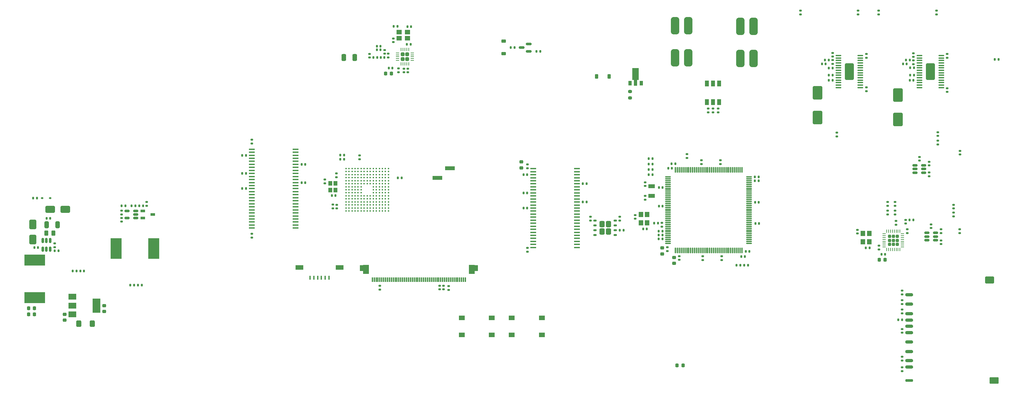
<source format=gbr>
%TF.GenerationSoftware,KiCad,Pcbnew,7.0.2*%
%TF.CreationDate,2023-10-13T18:39:37+02:00*%
%TF.ProjectId,3D Scanner with IR sensor Central Unit,33442053-6361-46e6-9e65-722077697468,1.0*%
%TF.SameCoordinates,Original*%
%TF.FileFunction,Paste,Top*%
%TF.FilePolarity,Positive*%
%FSLAX46Y46*%
G04 Gerber Fmt 4.6, Leading zero omitted, Abs format (unit mm)*
G04 Created by KiCad (PCBNEW 7.0.2) date 2023-10-13 18:39:37*
%MOMM*%
%LPD*%
G01*
G04 APERTURE LIST*
G04 Aperture macros list*
%AMRoundRect*
0 Rectangle with rounded corners*
0 $1 Rounding radius*
0 $2 $3 $4 $5 $6 $7 $8 $9 X,Y pos of 4 corners*
0 Add a 4 corners polygon primitive as box body*
4,1,4,$2,$3,$4,$5,$6,$7,$8,$9,$2,$3,0*
0 Add four circle primitives for the rounded corners*
1,1,$1+$1,$2,$3*
1,1,$1+$1,$4,$5*
1,1,$1+$1,$6,$7*
1,1,$1+$1,$8,$9*
0 Add four rect primitives between the rounded corners*
20,1,$1+$1,$2,$3,$4,$5,0*
20,1,$1+$1,$4,$5,$6,$7,0*
20,1,$1+$1,$6,$7,$8,$9,0*
20,1,$1+$1,$8,$9,$2,$3,0*%
%AMFreePoly0*
4,1,9,3.862500,-0.866500,0.737500,-0.866500,0.737500,-0.450000,-0.737500,-0.450000,-0.737500,0.450000,0.737500,0.450000,0.737500,0.866500,3.862500,0.866500,3.862500,-0.866500,3.862500,-0.866500,$1*%
G04 Aperture macros list end*
%ADD10RoundRect,0.135000X-0.185000X0.135000X-0.185000X-0.135000X0.185000X-0.135000X0.185000X0.135000X0*%
%ADD11RoundRect,0.207500X0.207500X-0.207500X0.207500X0.207500X-0.207500X0.207500X-0.207500X-0.207500X0*%
%ADD12RoundRect,0.062500X0.062500X-0.375000X0.062500X0.375000X-0.062500X0.375000X-0.062500X-0.375000X0*%
%ADD13RoundRect,0.062500X0.375000X-0.062500X0.375000X0.062500X-0.375000X0.062500X-0.375000X-0.062500X0*%
%ADD14RoundRect,0.135000X0.185000X-0.135000X0.185000X0.135000X-0.185000X0.135000X-0.185000X-0.135000X0*%
%ADD15RoundRect,0.200000X-0.275000X0.200000X-0.275000X-0.200000X0.275000X-0.200000X0.275000X0.200000X0*%
%ADD16RoundRect,0.140000X0.170000X-0.140000X0.170000X0.140000X-0.170000X0.140000X-0.170000X-0.140000X0*%
%ADD17R,2.000000X1.500000*%
%ADD18R,2.000000X3.800000*%
%ADD19RoundRect,0.140000X0.140000X0.170000X-0.140000X0.170000X-0.140000X-0.170000X0.140000X-0.170000X0*%
%ADD20RoundRect,0.140000X-0.140000X-0.170000X0.140000X-0.170000X0.140000X0.170000X-0.140000X0.170000X0*%
%ADD21RoundRect,0.225000X-0.375000X0.225000X-0.375000X-0.225000X0.375000X-0.225000X0.375000X0.225000X0*%
%ADD22R,1.510000X0.458000*%
%ADD23RoundRect,0.135000X-0.135000X-0.185000X0.135000X-0.185000X0.135000X0.185000X-0.135000X0.185000X0*%
%ADD24RoundRect,0.140000X-0.170000X0.140000X-0.170000X-0.140000X0.170000X-0.140000X0.170000X0.140000X0*%
%ADD25RoundRect,0.147500X0.147500X0.172500X-0.147500X0.172500X-0.147500X-0.172500X0.147500X-0.172500X0*%
%ADD26RoundRect,0.225000X-0.225000X-0.375000X0.225000X-0.375000X0.225000X0.375000X-0.225000X0.375000X0*%
%ADD27RoundRect,0.150000X0.512500X0.150000X-0.512500X0.150000X-0.512500X-0.150000X0.512500X-0.150000X0*%
%ADD28RoundRect,0.135000X0.135000X0.185000X-0.135000X0.185000X-0.135000X-0.185000X0.135000X-0.185000X0*%
%ADD29RoundRect,0.250000X-0.325000X-0.650000X0.325000X-0.650000X0.325000X0.650000X-0.325000X0.650000X0*%
%ADD30R,5.400000X2.900000*%
%ADD31R,1.800000X1.000000*%
%ADD32RoundRect,0.537500X-0.537500X-1.712500X0.537500X-1.712500X0.537500X1.712500X-0.537500X1.712500X0*%
%ADD33R,1.200000X1.400000*%
%ADD34RoundRect,0.250400X0.749600X-0.149600X0.749600X0.149600X-0.749600X0.149600X-0.749600X-0.149600X0*%
%ADD35RoundRect,0.249900X0.750100X-0.100100X0.750100X0.100100X-0.750100X0.100100X-0.750100X-0.100100X0*%
%ADD36RoundRect,0.250200X0.949800X-0.649800X0.949800X0.649800X-0.949800X0.649800X-0.949800X-0.649800X0*%
%ADD37RoundRect,0.249900X0.950100X-0.600100X0.950100X0.600100X-0.950100X0.600100X-0.950100X-0.600100X0*%
%ADD38RoundRect,0.147500X0.172500X-0.147500X0.172500X0.147500X-0.172500X0.147500X-0.172500X-0.147500X0*%
%ADD39RoundRect,0.225000X-0.250000X0.225000X-0.250000X-0.225000X0.250000X-0.225000X0.250000X0.225000X0*%
%ADD40RoundRect,0.225000X0.225000X0.250000X-0.225000X0.250000X-0.225000X-0.250000X0.225000X-0.250000X0*%
%ADD41RoundRect,0.147500X-0.147500X-0.172500X0.147500X-0.172500X0.147500X0.172500X-0.147500X0.172500X0*%
%ADD42R,0.300000X1.200000*%
%ADD43R,2.400000X1.600000*%
%ADD44R,1.600000X2.400000*%
%ADD45RoundRect,0.150000X0.150000X-0.512500X0.150000X0.512500X-0.150000X0.512500X-0.150000X-0.512500X0*%
%ADD46R,2.900000X5.400000*%
%ADD47RoundRect,0.250000X-0.435000X-0.555000X0.435000X-0.555000X0.435000X0.555000X-0.435000X0.555000X0*%
%ADD48RoundRect,0.125000X-0.262500X-0.125000X0.262500X-0.125000X0.262500X0.125000X-0.262500X0.125000X0*%
%ADD49R,0.400000X1.000000*%
%ADD50R,2.000000X1.300000*%
%ADD51RoundRect,0.112500X0.187500X0.112500X-0.187500X0.112500X-0.187500X-0.112500X0.187500X-0.112500X0*%
%ADD52RoundRect,0.250000X0.255000X0.255000X-0.255000X0.255000X-0.255000X-0.255000X0.255000X-0.255000X0*%
%ADD53RoundRect,0.062500X0.350000X0.062500X-0.350000X0.062500X-0.350000X-0.062500X0.350000X-0.062500X0*%
%ADD54RoundRect,0.062500X0.062500X0.350000X-0.062500X0.350000X-0.062500X-0.350000X0.062500X-0.350000X0*%
%ADD55RoundRect,0.250000X-1.000000X-0.650000X1.000000X-0.650000X1.000000X0.650000X-1.000000X0.650000X0*%
%ADD56C,0.400000*%
%ADD57R,1.550000X1.300000*%
%ADD58RoundRect,0.250000X-1.000000X1.500000X-1.000000X-1.500000X1.000000X-1.500000X1.000000X1.500000X0*%
%ADD59R,1.400000X1.200000*%
%ADD60RoundRect,0.147500X-0.172500X0.147500X-0.172500X-0.147500X0.172500X-0.147500X0.172500X0.147500X0*%
%ADD61R,2.510000X1.000000*%
%ADD62RoundRect,0.250001X-0.899999X-1.924999X0.899999X-1.924999X0.899999X1.924999X-0.899999X1.924999X0*%
%ADD63RoundRect,0.100000X-0.637500X-0.100000X0.637500X-0.100000X0.637500X0.100000X-0.637500X0.100000X0*%
%ADD64R,1.220000X0.650000*%
%ADD65R,0.900000X1.300000*%
%ADD66FreePoly0,90.000000*%
%ADD67R,1.000000X1.150000*%
%ADD68R,1.000000X1.500000*%
%ADD69RoundRect,0.250000X-0.400000X-0.600000X0.400000X-0.600000X0.400000X0.600000X-0.400000X0.600000X0*%
%ADD70RoundRect,0.225000X0.250000X-0.225000X0.250000X0.225000X-0.250000X0.225000X-0.250000X-0.225000X0*%
%ADD71RoundRect,0.250000X0.650000X-1.000000X0.650000X1.000000X-0.650000X1.000000X-0.650000X-1.000000X0*%
%ADD72RoundRect,0.225000X-0.225000X-0.250000X0.225000X-0.250000X0.225000X0.250000X-0.225000X0.250000X0*%
%ADD73RoundRect,0.075000X-0.662500X-0.075000X0.662500X-0.075000X0.662500X0.075000X-0.662500X0.075000X0*%
%ADD74RoundRect,0.075000X-0.075000X-0.662500X0.075000X-0.662500X0.075000X0.662500X-0.075000X0.662500X0*%
%ADD75RoundRect,0.250000X0.350000X0.650000X-0.350000X0.650000X-0.350000X-0.650000X0.350000X-0.650000X0*%
%ADD76RoundRect,0.250000X-0.262500X-0.450000X0.262500X-0.450000X0.262500X0.450000X-0.262500X0.450000X0*%
%ADD77RoundRect,0.150000X0.587500X0.150000X-0.587500X0.150000X-0.587500X-0.150000X0.587500X-0.150000X0*%
G04 APERTURE END LIST*
D10*
%TO.C,R55*%
X316200000Y-185590000D03*
X316200000Y-186610000D03*
%TD*%
D11*
%TO.C,U10*%
X319027500Y-247250000D03*
X320057500Y-247250000D03*
X321087500Y-247250000D03*
X319027500Y-246220000D03*
X320057500Y-246220000D03*
X321087500Y-246220000D03*
X319027500Y-245190000D03*
X320057500Y-245190000D03*
X321087500Y-245190000D03*
D12*
X318307500Y-248657500D03*
X318807500Y-248657500D03*
X319307500Y-248657500D03*
X319807500Y-248657500D03*
X320307500Y-248657500D03*
X320807500Y-248657500D03*
X321307500Y-248657500D03*
X321807500Y-248657500D03*
D13*
X322495000Y-247970000D03*
X322495000Y-247470000D03*
X322495000Y-246970000D03*
X322495000Y-246470000D03*
X322495000Y-245970000D03*
X322495000Y-245470000D03*
X322495000Y-244970000D03*
X322495000Y-244470000D03*
D12*
X321807500Y-243782500D03*
X321307500Y-243782500D03*
X320807500Y-243782500D03*
X320307500Y-243782500D03*
X319807500Y-243782500D03*
X319307500Y-243782500D03*
X318807500Y-243782500D03*
X318307500Y-243782500D03*
D13*
X317620000Y-244470000D03*
X317620000Y-244970000D03*
X317620000Y-245470000D03*
X317620000Y-245970000D03*
X317620000Y-246470000D03*
X317620000Y-246970000D03*
X317620000Y-247470000D03*
X317620000Y-247970000D03*
%TD*%
D14*
%TO.C,R15*%
X272600000Y-212510000D03*
X272600000Y-211490000D03*
%TD*%
D15*
%TO.C,R13*%
X250700000Y-206975000D03*
X250700000Y-208625000D03*
%TD*%
D10*
%TO.C,R37*%
X322400000Y-276890000D03*
X322400000Y-277910000D03*
%TD*%
D16*
%TO.C,C68*%
X312962500Y-206855000D03*
X312962500Y-205895000D03*
%TD*%
D17*
%TO.C,U9*%
X103950000Y-261100000D03*
X103950000Y-263400000D03*
D18*
X110250000Y-263400000D03*
D17*
X103950000Y-265700000D03*
%TD*%
D19*
%TO.C,C50*%
X184180000Y-198000000D03*
X183220000Y-198000000D03*
%TD*%
D20*
%TO.C,C26*%
X280020000Y-250500000D03*
X280980000Y-250500000D03*
%TD*%
D14*
%TO.C,R6*%
X331800000Y-220910000D03*
X331800000Y-219890000D03*
%TD*%
D21*
%TO.C,D12*%
X217500000Y-193650000D03*
X217500000Y-196950000D03*
%TD*%
D22*
%TO.C,U2*%
X225250000Y-227300000D03*
X225250000Y-228100000D03*
X225250000Y-228900000D03*
X225250000Y-229700000D03*
X225250000Y-230500000D03*
X225250000Y-231300000D03*
X225250000Y-232100000D03*
X225250000Y-232900000D03*
X225250000Y-233700000D03*
X225250000Y-234500000D03*
X225250000Y-235300000D03*
X225250000Y-236100000D03*
X225250000Y-236900000D03*
X225250000Y-237700000D03*
X225250000Y-238500000D03*
X225250000Y-239300000D03*
X225250000Y-240100000D03*
X225250000Y-240900000D03*
X225250000Y-241700000D03*
X225250000Y-242500000D03*
X225250000Y-243300000D03*
X225250000Y-244100000D03*
X225250000Y-244900000D03*
X225250000Y-245700000D03*
X225250000Y-246500000D03*
X225250000Y-247300000D03*
X225250000Y-248100000D03*
X236750000Y-248100000D03*
X236750000Y-247300000D03*
X236750000Y-246500000D03*
X236750000Y-245700000D03*
X236750000Y-244900000D03*
X236750000Y-244100000D03*
X236750000Y-243300000D03*
X236750000Y-242500000D03*
X236750000Y-241700000D03*
X236750000Y-240900000D03*
X236750000Y-240100000D03*
X236750000Y-239300000D03*
X236750000Y-238500000D03*
X236750000Y-237700000D03*
X236750000Y-236900000D03*
X236750000Y-236100000D03*
X236750000Y-235300000D03*
X236750000Y-234500000D03*
X236750000Y-233700000D03*
X236750000Y-232900000D03*
X236750000Y-232100000D03*
X236750000Y-231300000D03*
X236750000Y-230500000D03*
X236750000Y-229700000D03*
X236750000Y-228900000D03*
X236750000Y-228100000D03*
X236750000Y-227300000D03*
%TD*%
D16*
%TO.C,C13*%
X332600000Y-247180000D03*
X332600000Y-246220000D03*
%TD*%
D23*
%TO.C,R12*%
X257090000Y-241700000D03*
X258110000Y-241700000D03*
%TD*%
D10*
%TO.C,R46*%
X334262500Y-197065000D03*
X334262500Y-198085000D03*
%TD*%
D23*
%TO.C,R1*%
X99290000Y-249000000D03*
X100310000Y-249000000D03*
%TD*%
D14*
%TO.C,R9*%
X318600000Y-239410000D03*
X318600000Y-238390000D03*
%TD*%
D24*
%TO.C,C59*%
X322400000Y-269620000D03*
X322400000Y-270580000D03*
%TD*%
D19*
%TO.C,C1*%
X94880000Y-248100000D03*
X93920000Y-248100000D03*
%TD*%
D25*
%TO.C,D5*%
X122185000Y-258000000D03*
X121215000Y-258000000D03*
%TD*%
D26*
%TO.C,D10*%
X241950000Y-203000000D03*
X245250000Y-203000000D03*
%TD*%
D24*
%TO.C,C34*%
X274900000Y-250420000D03*
X274900000Y-251380000D03*
%TD*%
D19*
%TO.C,C117*%
X149630000Y-228575000D03*
X148670000Y-228575000D03*
%TD*%
D16*
%TO.C,C11*%
X330000000Y-242980000D03*
X330000000Y-242020000D03*
%TD*%
D27*
%TO.C,U11*%
X331137500Y-246150000D03*
X331137500Y-245200000D03*
X331137500Y-244250000D03*
X328862500Y-244250000D03*
X328862500Y-245200000D03*
X328862500Y-246150000D03*
%TD*%
D14*
%TO.C,R11*%
X265700000Y-224510000D03*
X265700000Y-223490000D03*
%TD*%
D16*
%TO.C,C9*%
X329500000Y-229280000D03*
X329500000Y-228320000D03*
%TD*%
D10*
%TO.C,R61*%
X173400000Y-228590000D03*
X173400000Y-229610000D03*
%TD*%
D19*
%TO.C,C48*%
X239280000Y-231300000D03*
X238320000Y-231300000D03*
%TD*%
D28*
%TO.C,R40*%
X324372500Y-198675000D03*
X323352500Y-198675000D03*
%TD*%
D24*
%TO.C,C37*%
X263700000Y-250400000D03*
X263700000Y-251360000D03*
%TD*%
D28*
%TO.C,R60*%
X281820000Y-252800000D03*
X280800000Y-252800000D03*
%TD*%
D29*
%TO.C,C3*%
X97125000Y-242100000D03*
X100075000Y-242100000D03*
%TD*%
D30*
%TO.C,L1*%
X94000000Y-251450000D03*
X94000000Y-261350000D03*
%TD*%
D31*
%TO.C,Y3*%
X256400000Y-234450000D03*
X256400000Y-231950000D03*
%TD*%
D24*
%TO.C,C57*%
X192200000Y-200920000D03*
X192200000Y-201880000D03*
%TD*%
D28*
%TO.C,R44*%
X347800000Y-198510000D03*
X346780000Y-198510000D03*
%TD*%
D24*
%TO.C,C35*%
X269900000Y-250420000D03*
X269900000Y-251380000D03*
%TD*%
D32*
%TO.C,FL2*%
X279785000Y-189750000D03*
X283215000Y-189750000D03*
X283215000Y-198250000D03*
X279785000Y-198250000D03*
%TD*%
D33*
%TO.C,Y1*%
X312050000Y-244400000D03*
X312050000Y-246600000D03*
X313750000Y-246600000D03*
X313750000Y-244400000D03*
%TD*%
D19*
%TO.C,C44*%
X185080000Y-196000000D03*
X184120000Y-196000000D03*
%TD*%
D14*
%TO.C,R67*%
X202950000Y-259285000D03*
X202950000Y-258265000D03*
%TD*%
D10*
%TO.C,R35*%
X322400000Y-259490000D03*
X322400000Y-260510000D03*
%TD*%
D34*
%TO.C,J10*%
X324200000Y-263020000D03*
X324200000Y-265520000D03*
X324200000Y-268820000D03*
X324200000Y-270520000D03*
X324200000Y-273020000D03*
X324200000Y-275520000D03*
X324200000Y-277950000D03*
X324200000Y-279650000D03*
X324200000Y-260520000D03*
X324200000Y-267220000D03*
D35*
X324200000Y-283140000D03*
D36*
X345400000Y-256700000D03*
D37*
X346600000Y-283150000D03*
%TD*%
D16*
%TO.C,C8*%
X337600000Y-223580000D03*
X337600000Y-222620000D03*
%TD*%
D20*
%TO.C,C70*%
X303082500Y-203975000D03*
X304042500Y-203975000D03*
%TD*%
D28*
%TO.C,R66*%
X175510000Y-223700000D03*
X174490000Y-223700000D03*
%TD*%
D27*
%TO.C,U14*%
X120637500Y-240350000D03*
X120637500Y-239400000D03*
X120637500Y-238450000D03*
X118362500Y-238450000D03*
X118362500Y-240350000D03*
%TD*%
D38*
%TO.C,D9*%
X318600000Y-237085000D03*
X318600000Y-236115000D03*
%TD*%
D23*
%TO.C,R21*%
X248040000Y-243500000D03*
X249060000Y-243500000D03*
%TD*%
D24*
%TO.C,C10*%
X329500000Y-225520000D03*
X329500000Y-226480000D03*
%TD*%
D38*
%TO.C,D8*%
X320500000Y-237085000D03*
X320500000Y-236115000D03*
%TD*%
D39*
%TO.C,C58*%
X222100000Y-225525000D03*
X222100000Y-227075000D03*
%TD*%
D19*
%TO.C,C38*%
X259260000Y-243800000D03*
X258300000Y-243800000D03*
%TD*%
D40*
%TO.C,C2*%
X93975000Y-264100000D03*
X92425000Y-264100000D03*
%TD*%
D20*
%TO.C,C55*%
X192020000Y-194500000D03*
X192980000Y-194500000D03*
%TD*%
D32*
%TO.C,FL1*%
X262602500Y-189607500D03*
X266032500Y-189607500D03*
X266032500Y-198107500D03*
X262602500Y-198107500D03*
%TD*%
D41*
%TO.C,FB1*%
X97115000Y-240400000D03*
X98085000Y-240400000D03*
%TD*%
D20*
%TO.C,C64*%
X324382500Y-203975000D03*
X325342500Y-203975000D03*
%TD*%
D42*
%TO.C,J11*%
X207400000Y-256600000D03*
X206900000Y-256600000D03*
X206400000Y-256600000D03*
X205900000Y-256600000D03*
X205400000Y-256600000D03*
X204900000Y-256600000D03*
X204400000Y-256600000D03*
X203900000Y-256600000D03*
X203400000Y-256600000D03*
X202900000Y-256600000D03*
X202400000Y-256600000D03*
X201900000Y-256600000D03*
X201400000Y-256600000D03*
X200900000Y-256600000D03*
X200400000Y-256600000D03*
X199900000Y-256600000D03*
X199400000Y-256600000D03*
X198900000Y-256600000D03*
X198400000Y-256600000D03*
X197900000Y-256600000D03*
X197400000Y-256600000D03*
X196900000Y-256600000D03*
X196400000Y-256600000D03*
X195900000Y-256600000D03*
X195400000Y-256600000D03*
X194900000Y-256600000D03*
X194400000Y-256600000D03*
X193900000Y-256600000D03*
X193400000Y-256600000D03*
X192900000Y-256600000D03*
X192400000Y-256600000D03*
X191900000Y-256600000D03*
X191400000Y-256600000D03*
X190900000Y-256600000D03*
X190400000Y-256600000D03*
X189900000Y-256600000D03*
X189400000Y-256600000D03*
X188900000Y-256600000D03*
X188400000Y-256600000D03*
X187900000Y-256600000D03*
X187400000Y-256600000D03*
X186900000Y-256600000D03*
X186400000Y-256600000D03*
X185900000Y-256600000D03*
X185400000Y-256600000D03*
X184900000Y-256600000D03*
X184400000Y-256600000D03*
X183900000Y-256600000D03*
X183400000Y-256600000D03*
X182900000Y-256600000D03*
D43*
X209500000Y-253500000D03*
D44*
X209100000Y-253900000D03*
X181200000Y-253900000D03*
D43*
X180800000Y-253500000D03*
%TD*%
D45*
%TO.C,U7*%
X96150000Y-248537500D03*
X97100000Y-248537500D03*
X98050000Y-248537500D03*
X98050000Y-246262500D03*
X97100000Y-246262500D03*
X96150000Y-246262500D03*
%TD*%
D19*
%TO.C,C17*%
X317880000Y-249900000D03*
X316920000Y-249900000D03*
%TD*%
D46*
%TO.C,L2*%
X115450000Y-248400000D03*
X125350000Y-248400000D03*
%TD*%
D10*
%TO.C,R70*%
X184900000Y-258190000D03*
X184900000Y-259210000D03*
%TD*%
D16*
%TO.C,C101*%
X116900000Y-241280000D03*
X116900000Y-240320000D03*
%TD*%
D23*
%TO.C,R43*%
X324452500Y-200700000D03*
X325472500Y-200700000D03*
%TD*%
D25*
%TO.C,D4*%
X106975000Y-254300000D03*
X106005000Y-254300000D03*
%TD*%
D16*
%TO.C,C41*%
X269500000Y-226080000D03*
X269500000Y-225120000D03*
%TD*%
D47*
%TO.C,U4*%
X243350000Y-241900000D03*
X243350000Y-243900000D03*
X245050000Y-241900000D03*
X245050000Y-243900000D03*
D48*
X241537500Y-240995000D03*
X241537500Y-242265000D03*
X241537500Y-243535000D03*
X241537500Y-244805000D03*
X246862500Y-244805000D03*
X246862500Y-243535000D03*
X246862500Y-242265000D03*
X246862500Y-240995000D03*
%TD*%
D28*
%TO.C,R25*%
X227110000Y-196350000D03*
X226090000Y-196350000D03*
%TD*%
D20*
%TO.C,C46*%
X192120000Y-189862500D03*
X193080000Y-189862500D03*
%TD*%
D49*
%TO.C,J12*%
X171500000Y-256100000D03*
X170500000Y-256100000D03*
X169500000Y-256100000D03*
X168500000Y-256100000D03*
X167500000Y-256100000D03*
X166500000Y-256100000D03*
D50*
X174300000Y-253400000D03*
X163700000Y-253400000D03*
%TD*%
D22*
%TO.C,U13*%
X151200000Y-222175000D03*
X151200000Y-222975000D03*
X151200000Y-223775000D03*
X151200000Y-224575000D03*
X151200000Y-225375000D03*
X151200000Y-226175000D03*
X151200000Y-226975000D03*
X151200000Y-227775000D03*
X151200000Y-228575000D03*
X151200000Y-229375000D03*
X151200000Y-230175000D03*
X151200000Y-230975000D03*
X151200000Y-231775000D03*
X151200000Y-232575000D03*
X151200000Y-233375000D03*
X151200000Y-234175000D03*
X151200000Y-234975000D03*
X151200000Y-235775000D03*
X151200000Y-236575000D03*
X151200000Y-237375000D03*
X151200000Y-238175000D03*
X151200000Y-238975000D03*
X151200000Y-239775000D03*
X151200000Y-240575000D03*
X151200000Y-241375000D03*
X151200000Y-242175000D03*
X151200000Y-242975000D03*
X162700000Y-242975000D03*
X162700000Y-242175000D03*
X162700000Y-241375000D03*
X162700000Y-240575000D03*
X162700000Y-239775000D03*
X162700000Y-238975000D03*
X162700000Y-238175000D03*
X162700000Y-237375000D03*
X162700000Y-236575000D03*
X162700000Y-235775000D03*
X162700000Y-234975000D03*
X162700000Y-234175000D03*
X162700000Y-233375000D03*
X162700000Y-232575000D03*
X162700000Y-231775000D03*
X162700000Y-230975000D03*
X162700000Y-230175000D03*
X162700000Y-229375000D03*
X162700000Y-228575000D03*
X162700000Y-227775000D03*
X162700000Y-226975000D03*
X162700000Y-226175000D03*
X162700000Y-225375000D03*
X162700000Y-224575000D03*
X162700000Y-223775000D03*
X162700000Y-222975000D03*
X162700000Y-222175000D03*
%TD*%
D10*
%TO.C,R2*%
X99300000Y-246990000D03*
X99300000Y-248010000D03*
%TD*%
D28*
%TO.C,R65*%
X175510000Y-224800000D03*
X174490000Y-224800000D03*
%TD*%
D23*
%TO.C,R63*%
X261690000Y-226000000D03*
X262710000Y-226000000D03*
%TD*%
D16*
%TO.C,C106*%
X274500000Y-226080000D03*
X274500000Y-225120000D03*
%TD*%
D10*
%TO.C,R53*%
X312962500Y-197065000D03*
X312962500Y-198085000D03*
%TD*%
D51*
%TO.C,D18*%
X98050000Y-235100000D03*
X95950000Y-235100000D03*
%TD*%
D20*
%TO.C,C30*%
X283620000Y-229500000D03*
X284580000Y-229500000D03*
%TD*%
D52*
%TO.C,U3*%
X192100000Y-198400000D03*
X192100000Y-197150000D03*
X190850000Y-198400000D03*
X190850000Y-197150000D03*
D53*
X193412500Y-198775000D03*
X193412500Y-198275000D03*
X193412500Y-197775000D03*
X193412500Y-197275000D03*
X193412500Y-196775000D03*
D54*
X192475000Y-195837500D03*
X191975000Y-195837500D03*
X191475000Y-195837500D03*
X190975000Y-195837500D03*
X190475000Y-195837500D03*
D53*
X189537500Y-196775000D03*
X189537500Y-197275000D03*
X189537500Y-197775000D03*
X189537500Y-198275000D03*
X189537500Y-198775000D03*
D54*
X190475000Y-199712500D03*
X190975000Y-199712500D03*
X191475000Y-199712500D03*
X191975000Y-199712500D03*
X192475000Y-199712500D03*
%TD*%
D19*
%TO.C,C95*%
X173180000Y-234375000D03*
X172220000Y-234375000D03*
%TD*%
D23*
%TO.C,R47*%
X303062500Y-200775000D03*
X304082500Y-200775000D03*
%TD*%
D24*
%TO.C,C15*%
X316300000Y-247620000D03*
X316300000Y-248580000D03*
%TD*%
D28*
%TO.C,R18*%
X256710000Y-226100000D03*
X255690000Y-226100000D03*
%TD*%
D40*
%TO.C,C4*%
X93975000Y-265700000D03*
X92425000Y-265700000D03*
%TD*%
D55*
%TO.C,D2*%
X98100000Y-238000000D03*
X102100000Y-238000000D03*
%TD*%
D24*
%TO.C,C23*%
X259100000Y-241620000D03*
X259100000Y-242580000D03*
%TD*%
D28*
%TO.C,R29*%
X256710000Y-228900000D03*
X255690000Y-228900000D03*
%TD*%
D56*
%TO.C,U1*%
X175950000Y-227275000D03*
X176750000Y-227275000D03*
X177550000Y-227275000D03*
X178350000Y-227275000D03*
X179150000Y-227275000D03*
X179950000Y-227275000D03*
X180750000Y-227275000D03*
X181550000Y-227275000D03*
X182350000Y-227275000D03*
X183150000Y-227275000D03*
X183950000Y-227275000D03*
X184750000Y-227275000D03*
X185550000Y-227275000D03*
X186350000Y-227275000D03*
X187150000Y-227275000D03*
X175950000Y-228075000D03*
X176750000Y-228075000D03*
X177550000Y-228075000D03*
X178350000Y-228075000D03*
X179150000Y-228075000D03*
X179950000Y-228075000D03*
X180750000Y-228075000D03*
X181550000Y-228075000D03*
X182350000Y-228075000D03*
X183150000Y-228075000D03*
X183950000Y-228075000D03*
X184750000Y-228075000D03*
X185550000Y-228075000D03*
X186350000Y-228075000D03*
X187150000Y-228075000D03*
X175950000Y-228875000D03*
X176750000Y-228875000D03*
X177550000Y-228875000D03*
X178350000Y-228875000D03*
X179150000Y-228875000D03*
X179950000Y-228875000D03*
X180750000Y-228875000D03*
X181550000Y-228875000D03*
X182350000Y-228875000D03*
X183150000Y-228875000D03*
X183950000Y-228875000D03*
X184750000Y-228875000D03*
X185550000Y-228875000D03*
X186350000Y-228875000D03*
X187150000Y-228875000D03*
X175950000Y-229675000D03*
X176750000Y-229675000D03*
X177550000Y-229675000D03*
X178350000Y-229675000D03*
X179150000Y-229675000D03*
X179950000Y-229675000D03*
X180750000Y-229675000D03*
X181550000Y-229675000D03*
X182350000Y-229675000D03*
X183150000Y-229675000D03*
X183950000Y-229675000D03*
X184750000Y-229675000D03*
X185550000Y-229675000D03*
X186350000Y-229675000D03*
X187150000Y-229675000D03*
X175950000Y-230475000D03*
X176750000Y-230475000D03*
X177550000Y-230475000D03*
X178350000Y-230475000D03*
X179150000Y-230475000D03*
X179950000Y-230475000D03*
X180750000Y-230475000D03*
X181550000Y-230475000D03*
X182350000Y-230475000D03*
X183150000Y-230475000D03*
X183950000Y-230475000D03*
X184750000Y-230475000D03*
X185550000Y-230475000D03*
X186350000Y-230475000D03*
X187150000Y-230475000D03*
X175950000Y-231275000D03*
X176750000Y-231275000D03*
X177550000Y-231275000D03*
X178350000Y-231275000D03*
X179150000Y-231275000D03*
X179950000Y-231275000D03*
X180750000Y-231275000D03*
X181550000Y-231275000D03*
X182350000Y-231275000D03*
X183150000Y-231275000D03*
X183950000Y-231275000D03*
X184750000Y-231275000D03*
X185550000Y-231275000D03*
X186350000Y-231275000D03*
X187150000Y-231275000D03*
X175950000Y-232075000D03*
X176750000Y-232075000D03*
X177550000Y-232075000D03*
X178350000Y-232075000D03*
X179150000Y-232075000D03*
X179950000Y-232075000D03*
X183150000Y-232075000D03*
X183950000Y-232075000D03*
X184750000Y-232075000D03*
X185550000Y-232075000D03*
X186350000Y-232075000D03*
X187150000Y-232075000D03*
X175950000Y-232875000D03*
X176750000Y-232875000D03*
X177550000Y-232875000D03*
X178350000Y-232875000D03*
X179150000Y-232875000D03*
X179950000Y-232875000D03*
X183150000Y-232875000D03*
X183950000Y-232875000D03*
X184750000Y-232875000D03*
X185550000Y-232875000D03*
X186350000Y-232875000D03*
X187150000Y-232875000D03*
X175950000Y-233675000D03*
X176750000Y-233675000D03*
X177550000Y-233675000D03*
X178350000Y-233675000D03*
X179150000Y-233675000D03*
X179950000Y-233675000D03*
X183150000Y-233675000D03*
X183950000Y-233675000D03*
X184750000Y-233675000D03*
X185550000Y-233675000D03*
X186350000Y-233675000D03*
X187150000Y-233675000D03*
X175950000Y-234475000D03*
X176750000Y-234475000D03*
X177550000Y-234475000D03*
X178350000Y-234475000D03*
X179150000Y-234475000D03*
X179950000Y-234475000D03*
X180750000Y-234475000D03*
X181550000Y-234475000D03*
X182350000Y-234475000D03*
X183150000Y-234475000D03*
X183950000Y-234475000D03*
X184750000Y-234475000D03*
X185550000Y-234475000D03*
X186350000Y-234475000D03*
X187150000Y-234475000D03*
X175950000Y-235275000D03*
X176750000Y-235275000D03*
X177550000Y-235275000D03*
X178350000Y-235275000D03*
X179150000Y-235275000D03*
X179950000Y-235275000D03*
X180750000Y-235275000D03*
X181550000Y-235275000D03*
X182350000Y-235275000D03*
X183150000Y-235275000D03*
X183950000Y-235275000D03*
X184750000Y-235275000D03*
X185550000Y-235275000D03*
X186350000Y-235275000D03*
X187150000Y-235275000D03*
X175950000Y-236075000D03*
X176750000Y-236075000D03*
X177550000Y-236075000D03*
X178350000Y-236075000D03*
X179150000Y-236075000D03*
X179950000Y-236075000D03*
X180750000Y-236075000D03*
X181550000Y-236075000D03*
X182350000Y-236075000D03*
X183150000Y-236075000D03*
X183950000Y-236075000D03*
X184750000Y-236075000D03*
X185550000Y-236075000D03*
X186350000Y-236075000D03*
X187150000Y-236075000D03*
X175950000Y-236875000D03*
X176750000Y-236875000D03*
X177550000Y-236875000D03*
X178350000Y-236875000D03*
X179150000Y-236875000D03*
X179950000Y-236875000D03*
X180750000Y-236875000D03*
X181550000Y-236875000D03*
X182350000Y-236875000D03*
X183150000Y-236875000D03*
X183950000Y-236875000D03*
X184750000Y-236875000D03*
X185550000Y-236875000D03*
X186350000Y-236875000D03*
X187150000Y-236875000D03*
X175950000Y-237675000D03*
X176750000Y-237675000D03*
X177550000Y-237675000D03*
X178350000Y-237675000D03*
X179150000Y-237675000D03*
X179950000Y-237675000D03*
X180750000Y-237675000D03*
X181550000Y-237675000D03*
X182350000Y-237675000D03*
X183150000Y-237675000D03*
X183950000Y-237675000D03*
X184750000Y-237675000D03*
X185550000Y-237675000D03*
X186350000Y-237675000D03*
X187150000Y-237675000D03*
X175950000Y-238475000D03*
X176750000Y-238475000D03*
X177550000Y-238475000D03*
X178350000Y-238475000D03*
X179150000Y-238475000D03*
X179950000Y-238475000D03*
X180750000Y-238475000D03*
X181550000Y-238475000D03*
X182350000Y-238475000D03*
X183150000Y-238475000D03*
X183950000Y-238475000D03*
X184750000Y-238475000D03*
X185550000Y-238475000D03*
X186350000Y-238475000D03*
X187150000Y-238475000D03*
%TD*%
D20*
%TO.C,C31*%
X283640000Y-236200000D03*
X284600000Y-236200000D03*
%TD*%
D24*
%TO.C,C24*%
X252100000Y-239520000D03*
X252100000Y-240480000D03*
%TD*%
D23*
%TO.C,R7*%
X324290000Y-240800000D03*
X325310000Y-240800000D03*
%TD*%
D20*
%TO.C,C33*%
X281220000Y-249100000D03*
X282180000Y-249100000D03*
%TD*%
D10*
%TO.C,R36*%
X322400000Y-264490000D03*
X322400000Y-265510000D03*
%TD*%
D20*
%TO.C,C103*%
X258320000Y-232300000D03*
X259280000Y-232300000D03*
%TD*%
D16*
%TO.C,C18*%
X310600000Y-244380000D03*
X310600000Y-243420000D03*
%TD*%
D23*
%TO.C,R5*%
X103980000Y-254300000D03*
X105000000Y-254300000D03*
%TD*%
D57*
%TO.C,SW1*%
X227575000Y-266650000D03*
X227575000Y-271150000D03*
X219625000Y-271150000D03*
X219625000Y-266650000D03*
%TD*%
D58*
%TO.C,C60*%
X321262500Y-207867500D03*
X321262500Y-214367500D03*
%TD*%
D20*
%TO.C,C110*%
X222720000Y-237700000D03*
X223680000Y-237700000D03*
%TD*%
D39*
%TO.C,C42*%
X262300000Y-250725000D03*
X262300000Y-252275000D03*
%TD*%
D59*
%TO.C,Y4*%
X192137500Y-191337500D03*
X189937500Y-191337500D03*
X189937500Y-192937500D03*
X192137500Y-192937500D03*
%TD*%
D24*
%TO.C,C102*%
X123500000Y-236120000D03*
X123500000Y-237080000D03*
%TD*%
D23*
%TO.C,R68*%
X121500000Y-237100000D03*
X122520000Y-237100000D03*
%TD*%
D28*
%TO.C,R28*%
X256710000Y-227500000D03*
X255690000Y-227500000D03*
%TD*%
D10*
%TO.C,R27*%
X189800000Y-200890000D03*
X189800000Y-201910000D03*
%TD*%
D20*
%TO.C,C96*%
X164270000Y-226175000D03*
X165230000Y-226175000D03*
%TD*%
D41*
%TO.C,F1*%
X93615000Y-235100000D03*
X94585000Y-235100000D03*
%TD*%
D10*
%TO.C,R54*%
X305175000Y-217790000D03*
X305175000Y-218810000D03*
%TD*%
D33*
%TO.C,Y2*%
X253600000Y-239400000D03*
X253600000Y-241600000D03*
X255200000Y-241600000D03*
X255200000Y-239400000D03*
%TD*%
D39*
%TO.C,C5*%
X101900000Y-265725000D03*
X101900000Y-267275000D03*
%TD*%
D60*
%TO.C,D7*%
X335900000Y-236815000D03*
X335900000Y-237785000D03*
%TD*%
D38*
%TO.C,L4*%
X186100000Y-196985000D03*
X186100000Y-196015000D03*
%TD*%
D25*
%TO.C,L3*%
X186085000Y-198000000D03*
X185115000Y-198000000D03*
%TD*%
D40*
%TO.C,C43*%
X264675000Y-279200000D03*
X263125000Y-279200000D03*
%TD*%
D28*
%TO.C,R17*%
X256710000Y-224700000D03*
X255690000Y-224700000D03*
%TD*%
D61*
%TO.C,J14*%
X203305000Y-227205000D03*
X199995000Y-229745000D03*
%TD*%
D62*
%TO.C,U6*%
X329800000Y-201700000D03*
D63*
X326937500Y-197475000D03*
X326937500Y-198125000D03*
X326937500Y-198775000D03*
X326937500Y-199425000D03*
X326937500Y-200075000D03*
X326937500Y-200725000D03*
X326937500Y-201375000D03*
X326937500Y-202025000D03*
X326937500Y-202675000D03*
X326937500Y-203325000D03*
X326937500Y-203975000D03*
X326937500Y-204625000D03*
X326937500Y-205275000D03*
X326937500Y-205925000D03*
X332662500Y-205925000D03*
X332662500Y-205275000D03*
X332662500Y-204625000D03*
X332662500Y-203975000D03*
X332662500Y-203325000D03*
X332662500Y-202675000D03*
X332662500Y-202025000D03*
X332662500Y-201375000D03*
X332662500Y-200725000D03*
X332662500Y-200075000D03*
X332662500Y-199425000D03*
X332662500Y-198775000D03*
X332662500Y-198125000D03*
X332662500Y-197475000D03*
%TD*%
D58*
%TO.C,C69*%
X300100000Y-207300000D03*
X300100000Y-213800000D03*
%TD*%
D16*
%TO.C,C66*%
X334262500Y-207055000D03*
X334262500Y-206095000D03*
%TD*%
D24*
%TO.C,C113*%
X320800000Y-241120000D03*
X320800000Y-242080000D03*
%TD*%
D20*
%TO.C,C49*%
X184120000Y-195000000D03*
X185080000Y-195000000D03*
%TD*%
D19*
%TO.C,C107*%
X259280000Y-237200000D03*
X258320000Y-237200000D03*
%TD*%
D62*
%TO.C,U12*%
X308500000Y-201700000D03*
D63*
X305637500Y-197475000D03*
X305637500Y-198125000D03*
X305637500Y-198775000D03*
X305637500Y-199425000D03*
X305637500Y-200075000D03*
X305637500Y-200725000D03*
X305637500Y-201375000D03*
X305637500Y-202025000D03*
X305637500Y-202675000D03*
X305637500Y-203325000D03*
X305637500Y-203975000D03*
X305637500Y-204625000D03*
X305637500Y-205275000D03*
X305637500Y-205925000D03*
X311362500Y-205925000D03*
X311362500Y-205275000D03*
X311362500Y-204625000D03*
X311362500Y-203975000D03*
X311362500Y-203325000D03*
X311362500Y-202675000D03*
X311362500Y-202025000D03*
X311362500Y-201375000D03*
X311362500Y-200725000D03*
X311362500Y-200075000D03*
X311362500Y-199425000D03*
X311362500Y-198775000D03*
X311362500Y-198125000D03*
X311362500Y-197475000D03*
%TD*%
D16*
%TO.C,C99*%
X201650000Y-259155000D03*
X201650000Y-258195000D03*
%TD*%
%TO.C,C67*%
X304062500Y-199655000D03*
X304062500Y-198695000D03*
%TD*%
D24*
%TO.C,C47*%
X248050000Y-240020000D03*
X248050000Y-240980000D03*
%TD*%
D16*
%TO.C,C22*%
X170400000Y-231155000D03*
X170400000Y-230195000D03*
%TD*%
D19*
%TO.C,C36*%
X259260000Y-244800000D03*
X258300000Y-244800000D03*
%TD*%
D14*
%TO.C,R10*%
X320500000Y-239410000D03*
X320500000Y-238390000D03*
%TD*%
D10*
%TO.C,R31*%
X240300000Y-239990000D03*
X240300000Y-241010000D03*
%TD*%
D24*
%TO.C,C112*%
X223700000Y-226220000D03*
X223700000Y-227180000D03*
%TD*%
D64*
%TO.C,D17*%
X122490000Y-238450000D03*
X122490000Y-240350000D03*
X125110000Y-239400000D03*
%TD*%
D24*
%TO.C,C98*%
X151150000Y-219695000D03*
X151150000Y-220655000D03*
%TD*%
D16*
%TO.C,C109*%
X223700000Y-249180000D03*
X223700000Y-248220000D03*
%TD*%
D57*
%TO.C,SW2*%
X214375000Y-266650000D03*
X214375000Y-271150000D03*
X206425000Y-271150000D03*
X206425000Y-266650000D03*
%TD*%
D20*
%TO.C,C32*%
X283720000Y-241800000D03*
X284680000Y-241800000D03*
%TD*%
D10*
%TO.C,R57*%
X295600000Y-185590000D03*
X295600000Y-186610000D03*
%TD*%
D65*
%TO.C,Q5*%
X250700000Y-204750000D03*
D66*
X252200000Y-204662500D03*
D65*
X253700000Y-204750000D03*
%TD*%
D23*
%TO.C,R42*%
X324452500Y-202675000D03*
X325472500Y-202675000D03*
%TD*%
%TO.C,R69*%
X119510000Y-237100000D03*
X120530000Y-237100000D03*
%TD*%
D24*
%TO.C,C28*%
X254700000Y-234520000D03*
X254700000Y-235480000D03*
%TD*%
D23*
%TO.C,R20*%
X321390000Y-267200000D03*
X322410000Y-267200000D03*
%TD*%
D67*
%TO.C,Y5*%
X171800000Y-231200000D03*
X171800000Y-232950000D03*
X173200000Y-232950000D03*
X173200000Y-231200000D03*
%TD*%
D68*
%TO.C,D11*%
X274200000Y-204850000D03*
X272600000Y-204850000D03*
X271000000Y-204850000D03*
X271000000Y-209750000D03*
X272600000Y-209750000D03*
X274200000Y-209750000D03*
%TD*%
D19*
%TO.C,C19*%
X313780000Y-248200000D03*
X312820000Y-248200000D03*
%TD*%
D69*
%TO.C,D3*%
X105650000Y-268200000D03*
X109150000Y-268200000D03*
%TD*%
D19*
%TO.C,C25*%
X255180000Y-243200000D03*
X254220000Y-243200000D03*
%TD*%
D14*
%TO.C,R14*%
X273900000Y-212510000D03*
X273900000Y-211490000D03*
%TD*%
D10*
%TO.C,R56*%
X331400000Y-185590000D03*
X331400000Y-186610000D03*
%TD*%
D24*
%TO.C,C45*%
X188400000Y-192982500D03*
X188400000Y-193942500D03*
%TD*%
D28*
%TO.C,R23*%
X303072500Y-198675000D03*
X302052500Y-198675000D03*
%TD*%
%TO.C,R76*%
X220310000Y-195350000D03*
X219290000Y-195350000D03*
%TD*%
D20*
%TO.C,C116*%
X164270000Y-230975000D03*
X165230000Y-230975000D03*
%TD*%
%TO.C,C61*%
X322582500Y-199675000D03*
X323542500Y-199675000D03*
%TD*%
D23*
%TO.C,R72*%
X116890000Y-237100000D03*
X117910000Y-237100000D03*
%TD*%
D24*
%TO.C,C54*%
X191200000Y-200920000D03*
X191200000Y-201880000D03*
%TD*%
D16*
%TO.C,C14*%
X337500000Y-244280000D03*
X337500000Y-243320000D03*
%TD*%
D10*
%TO.C,R58*%
X310800000Y-185590000D03*
X310800000Y-186610000D03*
%TD*%
D27*
%TO.C,U8*%
X328037500Y-228350000D03*
X328037500Y-227400000D03*
X328037500Y-226450000D03*
X325762500Y-226450000D03*
X325762500Y-227400000D03*
X325762500Y-228350000D03*
%TD*%
D16*
%TO.C,C65*%
X325362500Y-199755000D03*
X325362500Y-198795000D03*
%TD*%
D28*
%TO.C,R26*%
X189510000Y-189762500D03*
X188490000Y-189762500D03*
%TD*%
D70*
%TO.C,C105*%
X259200000Y-249775000D03*
X259200000Y-248225000D03*
%TD*%
D20*
%TO.C,C97*%
X148670000Y-223775000D03*
X149630000Y-223775000D03*
%TD*%
D23*
%TO.C,R48*%
X303052500Y-202675000D03*
X304072500Y-202675000D03*
%TD*%
D20*
%TO.C,C71*%
X301282500Y-199675000D03*
X302242500Y-199675000D03*
%TD*%
D71*
%TO.C,D1*%
X93500000Y-246000000D03*
X93500000Y-242000000D03*
%TD*%
D24*
%TO.C,C94*%
X173500000Y-236820000D03*
X173500000Y-237780000D03*
%TD*%
D19*
%TO.C,C115*%
X149630000Y-232575000D03*
X148670000Y-232575000D03*
%TD*%
D16*
%TO.C,C100*%
X200650000Y-259155000D03*
X200650000Y-258195000D03*
%TD*%
D39*
%TO.C,C6*%
X112300000Y-263425000D03*
X112300000Y-264975000D03*
%TD*%
D24*
%TO.C,C16*%
X323700000Y-243320000D03*
X323700000Y-244280000D03*
%TD*%
D14*
%TO.C,R38*%
X322400000Y-280710000D03*
X322400000Y-279690000D03*
%TD*%
D16*
%TO.C,C20*%
X323300000Y-241780000D03*
X323300000Y-240820000D03*
%TD*%
D14*
%TO.C,R16*%
X271300000Y-212510000D03*
X271300000Y-211490000D03*
%TD*%
D20*
%TO.C,C27*%
X283620000Y-230500000D03*
X284580000Y-230500000D03*
%TD*%
%TO.C,C108*%
X222720000Y-228900000D03*
X223680000Y-228900000D03*
%TD*%
D10*
%TO.C,R64*%
X172500000Y-236790000D03*
X172500000Y-237810000D03*
%TD*%
D14*
%TO.C,R22*%
X260600000Y-249010000D03*
X260600000Y-247990000D03*
%TD*%
D16*
%TO.C,C29*%
X254700000Y-231880000D03*
X254700000Y-230920000D03*
%TD*%
%TO.C,C63*%
X304062500Y-197755000D03*
X304062500Y-196795000D03*
%TD*%
D19*
%TO.C,C52*%
X239280000Y-236100000D03*
X238320000Y-236100000D03*
%TD*%
D72*
%TO.C,C53*%
X186385000Y-202200000D03*
X187935000Y-202200000D03*
%TD*%
D19*
%TO.C,C56*%
X188160000Y-200800000D03*
X187200000Y-200800000D03*
%TD*%
D73*
%TO.C,U5*%
X260775000Y-229500000D03*
X260775000Y-230000000D03*
X260775000Y-230500000D03*
X260775000Y-231000000D03*
X260775000Y-231500000D03*
X260775000Y-232000000D03*
X260775000Y-232500000D03*
X260775000Y-233000000D03*
X260775000Y-233500000D03*
X260775000Y-234000000D03*
X260775000Y-234500000D03*
X260775000Y-235000000D03*
X260775000Y-235500000D03*
X260775000Y-236000000D03*
X260775000Y-236500000D03*
X260775000Y-237000000D03*
X260775000Y-237500000D03*
X260775000Y-238000000D03*
X260775000Y-238500000D03*
X260775000Y-239000000D03*
X260775000Y-239500000D03*
X260775000Y-240000000D03*
X260775000Y-240500000D03*
X260775000Y-241000000D03*
X260775000Y-241500000D03*
X260775000Y-242000000D03*
X260775000Y-242500000D03*
X260775000Y-243000000D03*
X260775000Y-243500000D03*
X260775000Y-244000000D03*
X260775000Y-244500000D03*
X260775000Y-245000000D03*
X260775000Y-245500000D03*
X260775000Y-246000000D03*
X260775000Y-246500000D03*
X260775000Y-247000000D03*
D74*
X262687500Y-248912500D03*
X263187500Y-248912500D03*
X263687500Y-248912500D03*
X264187500Y-248912500D03*
X264687500Y-248912500D03*
X265187500Y-248912500D03*
X265687500Y-248912500D03*
X266187500Y-248912500D03*
X266687500Y-248912500D03*
X267187500Y-248912500D03*
X267687500Y-248912500D03*
X268187500Y-248912500D03*
X268687500Y-248912500D03*
X269187500Y-248912500D03*
X269687500Y-248912500D03*
X270187500Y-248912500D03*
X270687500Y-248912500D03*
X271187500Y-248912500D03*
X271687500Y-248912500D03*
X272187500Y-248912500D03*
X272687500Y-248912500D03*
X273187500Y-248912500D03*
X273687500Y-248912500D03*
X274187500Y-248912500D03*
X274687500Y-248912500D03*
X275187500Y-248912500D03*
X275687500Y-248912500D03*
X276187500Y-248912500D03*
X276687500Y-248912500D03*
X277187500Y-248912500D03*
X277687500Y-248912500D03*
X278187500Y-248912500D03*
X278687500Y-248912500D03*
X279187500Y-248912500D03*
X279687500Y-248912500D03*
X280187500Y-248912500D03*
D73*
X282100000Y-247000000D03*
X282100000Y-246500000D03*
X282100000Y-246000000D03*
X282100000Y-245500000D03*
X282100000Y-245000000D03*
X282100000Y-244500000D03*
X282100000Y-244000000D03*
X282100000Y-243500000D03*
X282100000Y-243000000D03*
X282100000Y-242500000D03*
X282100000Y-242000000D03*
X282100000Y-241500000D03*
X282100000Y-241000000D03*
X282100000Y-240500000D03*
X282100000Y-240000000D03*
X282100000Y-239500000D03*
X282100000Y-239000000D03*
X282100000Y-238500000D03*
X282100000Y-238000000D03*
X282100000Y-237500000D03*
X282100000Y-237000000D03*
X282100000Y-236500000D03*
X282100000Y-236000000D03*
X282100000Y-235500000D03*
X282100000Y-235000000D03*
X282100000Y-234500000D03*
X282100000Y-234000000D03*
X282100000Y-233500000D03*
X282100000Y-233000000D03*
X282100000Y-232500000D03*
X282100000Y-232000000D03*
X282100000Y-231500000D03*
X282100000Y-231000000D03*
X282100000Y-230500000D03*
X282100000Y-230000000D03*
X282100000Y-229500000D03*
D74*
X280187500Y-227587500D03*
X279687500Y-227587500D03*
X279187500Y-227587500D03*
X278687500Y-227587500D03*
X278187500Y-227587500D03*
X277687500Y-227587500D03*
X277187500Y-227587500D03*
X276687500Y-227587500D03*
X276187500Y-227587500D03*
X275687500Y-227587500D03*
X275187500Y-227587500D03*
X274687500Y-227587500D03*
X274187500Y-227587500D03*
X273687500Y-227587500D03*
X273187500Y-227587500D03*
X272687500Y-227587500D03*
X272187500Y-227587500D03*
X271687500Y-227587500D03*
X271187500Y-227587500D03*
X270687500Y-227587500D03*
X270187500Y-227587500D03*
X269687500Y-227587500D03*
X269187500Y-227587500D03*
X268687500Y-227587500D03*
X268187500Y-227587500D03*
X267687500Y-227587500D03*
X267187500Y-227587500D03*
X266687500Y-227587500D03*
X266187500Y-227587500D03*
X265687500Y-227587500D03*
X265187500Y-227587500D03*
X264687500Y-227587500D03*
X264187500Y-227587500D03*
X263687500Y-227587500D03*
X263187500Y-227587500D03*
X262687500Y-227587500D03*
%TD*%
D40*
%TO.C,C21*%
X317875000Y-251300000D03*
X316325000Y-251300000D03*
%TD*%
D38*
%TO.C,L5*%
X187100000Y-197985000D03*
X187100000Y-197015000D03*
%TD*%
D14*
%TO.C,R62*%
X179500000Y-224820000D03*
X179500000Y-223800000D03*
%TD*%
D75*
%TO.C,J7*%
X178250000Y-198000000D03*
X175350000Y-198000000D03*
%TD*%
D24*
%TO.C,C114*%
X151150000Y-244495000D03*
X151150000Y-245455000D03*
%TD*%
D16*
%TO.C,C51*%
X182200000Y-197980000D03*
X182200000Y-197020000D03*
%TD*%
D76*
%TO.C,R3*%
X97087500Y-244300000D03*
X98912500Y-244300000D03*
%TD*%
D23*
%TO.C,R59*%
X278800000Y-252800000D03*
X279820000Y-252800000D03*
%TD*%
D16*
%TO.C,C62*%
X325362500Y-197855000D03*
X325362500Y-196895000D03*
%TD*%
D28*
%TO.C,R75*%
X190610000Y-229700000D03*
X189590000Y-229700000D03*
%TD*%
D14*
%TO.C,R73*%
X116900000Y-239400000D03*
X116900000Y-238380000D03*
%TD*%
D24*
%TO.C,C12*%
X332600000Y-243320000D03*
X332600000Y-244280000D03*
%TD*%
D16*
%TO.C,C7*%
X326900000Y-225180000D03*
X326900000Y-224220000D03*
%TD*%
D20*
%TO.C,C111*%
X222720000Y-233700000D03*
X223680000Y-233700000D03*
%TD*%
D14*
%TO.C,R8*%
X335900000Y-239910000D03*
X335900000Y-238890000D03*
%TD*%
D19*
%TO.C,C40*%
X261780000Y-227200000D03*
X260820000Y-227200000D03*
%TD*%
D60*
%TO.C,D6*%
X331800000Y-217715000D03*
X331800000Y-218685000D03*
%TD*%
D10*
%TO.C,R19*%
X322400000Y-261990000D03*
X322400000Y-263010000D03*
%TD*%
D19*
%TO.C,C39*%
X259260000Y-245800000D03*
X258300000Y-245800000D03*
%TD*%
D77*
%TO.C,Q6*%
X224075000Y-196350000D03*
X224075000Y-194450000D03*
X222200000Y-195400000D03*
%TD*%
D28*
%TO.C,R4*%
X120200000Y-258000000D03*
X119180000Y-258000000D03*
%TD*%
M02*

</source>
